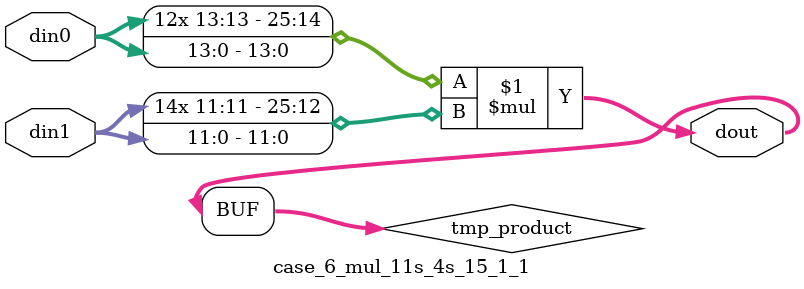
<source format=v>

`timescale 1 ns / 1 ps

 (* use_dsp = "no" *)  module case_6_mul_11s_4s_15_1_1(din0, din1, dout);
parameter ID = 1;
parameter NUM_STAGE = 0;
parameter din0_WIDTH = 14;
parameter din1_WIDTH = 12;
parameter dout_WIDTH = 26;

input [din0_WIDTH - 1 : 0] din0; 
input [din1_WIDTH - 1 : 0] din1; 
output [dout_WIDTH - 1 : 0] dout;

wire signed [dout_WIDTH - 1 : 0] tmp_product;



























assign tmp_product = $signed(din0) * $signed(din1);








assign dout = tmp_product;





















endmodule

</source>
